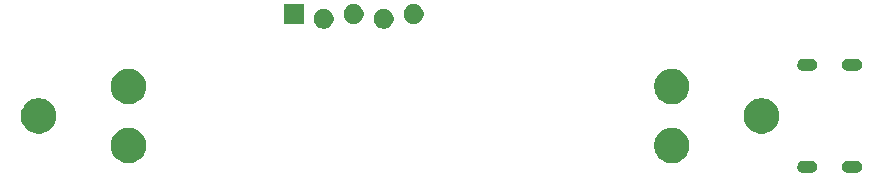
<source format=gbr>
%TF.GenerationSoftware,KiCad,Pcbnew,9.0.6*%
%TF.CreationDate,2026-01-18T22:32:41-05:00*%
%TF.ProjectId,Photon,50686f74-6f6e-42e6-9b69-6361645f7063,1.3*%
%TF.SameCoordinates,Original*%
%TF.FileFunction,Soldermask,Bot*%
%TF.FilePolarity,Negative*%
%FSLAX46Y46*%
G04 Gerber Fmt 4.6, Leading zero omitted, Abs format (unit mm)*
G04 Created by KiCad (PCBNEW 9.0.6) date 2026-01-18 22:32:41*
%MOMM*%
%LPD*%
G01*
G04 APERTURE LIST*
G04 APERTURE END LIST*
G36*
X134084263Y-62214078D02*
G01*
X134210342Y-62247860D01*
X134323381Y-62313123D01*
X134415677Y-62405419D01*
X134480940Y-62518458D01*
X134514722Y-62644537D01*
X134514722Y-62775063D01*
X134480940Y-62901142D01*
X134415677Y-63014181D01*
X134323381Y-63106477D01*
X134210342Y-63171740D01*
X134084263Y-63205522D01*
X134019000Y-63209800D01*
X134017363Y-63209800D01*
X133320637Y-63209800D01*
X133319000Y-63209800D01*
X133253737Y-63205522D01*
X133127658Y-63171740D01*
X133014619Y-63106477D01*
X132922323Y-63014181D01*
X132857060Y-62901142D01*
X132823278Y-62775063D01*
X132823278Y-62644537D01*
X132857060Y-62518458D01*
X132922323Y-62405419D01*
X133014619Y-62313123D01*
X133127658Y-62247860D01*
X133253737Y-62214078D01*
X133319000Y-62209800D01*
X134019000Y-62209800D01*
X134084263Y-62214078D01*
G37*
G36*
X137884263Y-62214078D02*
G01*
X138010342Y-62247860D01*
X138123381Y-62313123D01*
X138215677Y-62405419D01*
X138280940Y-62518458D01*
X138314722Y-62644537D01*
X138314722Y-62775063D01*
X138280940Y-62901142D01*
X138215677Y-63014181D01*
X138123381Y-63106477D01*
X138010342Y-63171740D01*
X137884263Y-63205522D01*
X137819000Y-63209800D01*
X137817363Y-63209800D01*
X137120637Y-63209800D01*
X137119000Y-63209800D01*
X137053737Y-63205522D01*
X136927658Y-63171740D01*
X136814619Y-63106477D01*
X136722323Y-63014181D01*
X136657060Y-62901142D01*
X136623278Y-62775063D01*
X136623278Y-62644537D01*
X136657060Y-62518458D01*
X136722323Y-62405419D01*
X136814619Y-62313123D01*
X136927658Y-62247860D01*
X137053737Y-62214078D01*
X137119000Y-62209800D01*
X137819000Y-62209800D01*
X137884263Y-62214078D01*
G37*
G36*
X76557168Y-59431245D02*
G01*
X76781025Y-59503981D01*
X76990748Y-59610840D01*
X77181172Y-59749191D01*
X77347609Y-59915628D01*
X77485960Y-60106052D01*
X77592819Y-60315775D01*
X77665555Y-60539632D01*
X77702376Y-60772111D01*
X77702376Y-61007489D01*
X77665555Y-61239968D01*
X77592819Y-61463825D01*
X77485960Y-61673548D01*
X77347609Y-61863972D01*
X77181172Y-62030409D01*
X76990748Y-62168760D01*
X76781025Y-62275619D01*
X76557168Y-62348355D01*
X76324689Y-62385176D01*
X76089311Y-62385176D01*
X75856832Y-62348355D01*
X75632975Y-62275619D01*
X75423252Y-62168760D01*
X75232828Y-62030409D01*
X75066391Y-61863972D01*
X74928040Y-61673548D01*
X74821181Y-61463825D01*
X74748445Y-61239968D01*
X74711624Y-61007489D01*
X74711624Y-60772111D01*
X74748445Y-60539632D01*
X74821181Y-60315775D01*
X74928040Y-60106052D01*
X75066391Y-59915628D01*
X75232828Y-59749191D01*
X75423252Y-59610840D01*
X75632975Y-59503981D01*
X75856832Y-59431245D01*
X76089311Y-59394424D01*
X76324689Y-59394424D01*
X76557168Y-59431245D01*
G37*
G36*
X122557168Y-59431245D02*
G01*
X122781025Y-59503981D01*
X122990748Y-59610840D01*
X123181172Y-59749191D01*
X123347609Y-59915628D01*
X123485960Y-60106052D01*
X123592819Y-60315775D01*
X123665555Y-60539632D01*
X123702376Y-60772111D01*
X123702376Y-61007489D01*
X123665555Y-61239968D01*
X123592819Y-61463825D01*
X123485960Y-61673548D01*
X123347609Y-61863972D01*
X123181172Y-62030409D01*
X122990748Y-62168760D01*
X122781025Y-62275619D01*
X122557168Y-62348355D01*
X122324689Y-62385176D01*
X122089311Y-62385176D01*
X121856832Y-62348355D01*
X121632975Y-62275619D01*
X121423252Y-62168760D01*
X121232828Y-62030409D01*
X121066391Y-61863972D01*
X120928040Y-61673548D01*
X120821181Y-61463825D01*
X120748445Y-61239968D01*
X120711624Y-61007489D01*
X120711624Y-60772111D01*
X120748445Y-60539632D01*
X120821181Y-60315775D01*
X120928040Y-60106052D01*
X121066391Y-59915628D01*
X121232828Y-59749191D01*
X121423252Y-59610840D01*
X121632975Y-59503981D01*
X121856832Y-59431245D01*
X122089311Y-59394424D01*
X122324689Y-59394424D01*
X122557168Y-59431245D01*
G37*
G36*
X68957168Y-56931245D02*
G01*
X69181025Y-57003981D01*
X69390748Y-57110840D01*
X69581172Y-57249191D01*
X69747609Y-57415628D01*
X69885960Y-57606052D01*
X69992819Y-57815775D01*
X70065555Y-58039632D01*
X70102376Y-58272111D01*
X70102376Y-58507489D01*
X70065555Y-58739968D01*
X69992819Y-58963825D01*
X69885960Y-59173548D01*
X69747609Y-59363972D01*
X69581172Y-59530409D01*
X69390748Y-59668760D01*
X69181025Y-59775619D01*
X68957168Y-59848355D01*
X68724689Y-59885176D01*
X68489311Y-59885176D01*
X68256832Y-59848355D01*
X68032975Y-59775619D01*
X67823252Y-59668760D01*
X67632828Y-59530409D01*
X67466391Y-59363972D01*
X67328040Y-59173548D01*
X67221181Y-58963825D01*
X67148445Y-58739968D01*
X67111624Y-58507489D01*
X67111624Y-58272111D01*
X67148445Y-58039632D01*
X67221181Y-57815775D01*
X67328040Y-57606052D01*
X67466391Y-57415628D01*
X67632828Y-57249191D01*
X67823252Y-57110840D01*
X68032975Y-57003981D01*
X68256832Y-56931245D01*
X68489311Y-56894424D01*
X68724689Y-56894424D01*
X68957168Y-56931245D01*
G37*
G36*
X130157168Y-56931245D02*
G01*
X130381025Y-57003981D01*
X130590748Y-57110840D01*
X130781172Y-57249191D01*
X130947609Y-57415628D01*
X131085960Y-57606052D01*
X131192819Y-57815775D01*
X131265555Y-58039632D01*
X131302376Y-58272111D01*
X131302376Y-58507489D01*
X131265555Y-58739968D01*
X131192819Y-58963825D01*
X131085960Y-59173548D01*
X130947609Y-59363972D01*
X130781172Y-59530409D01*
X130590748Y-59668760D01*
X130381025Y-59775619D01*
X130157168Y-59848355D01*
X129924689Y-59885176D01*
X129689311Y-59885176D01*
X129456832Y-59848355D01*
X129232975Y-59775619D01*
X129023252Y-59668760D01*
X128832828Y-59530409D01*
X128666391Y-59363972D01*
X128528040Y-59173548D01*
X128421181Y-58963825D01*
X128348445Y-58739968D01*
X128311624Y-58507489D01*
X128311624Y-58272111D01*
X128348445Y-58039632D01*
X128421181Y-57815775D01*
X128528040Y-57606052D01*
X128666391Y-57415628D01*
X128832828Y-57249191D01*
X129023252Y-57110840D01*
X129232975Y-57003981D01*
X129456832Y-56931245D01*
X129689311Y-56894424D01*
X129924689Y-56894424D01*
X130157168Y-56931245D01*
G37*
G36*
X76557168Y-54431245D02*
G01*
X76781025Y-54503981D01*
X76990748Y-54610840D01*
X77181172Y-54749191D01*
X77347609Y-54915628D01*
X77485960Y-55106052D01*
X77592819Y-55315775D01*
X77665555Y-55539632D01*
X77702376Y-55772111D01*
X77702376Y-56007489D01*
X77665555Y-56239968D01*
X77592819Y-56463825D01*
X77485960Y-56673548D01*
X77347609Y-56863972D01*
X77181172Y-57030409D01*
X76990748Y-57168760D01*
X76781025Y-57275619D01*
X76557168Y-57348355D01*
X76324689Y-57385176D01*
X76089311Y-57385176D01*
X75856832Y-57348355D01*
X75632975Y-57275619D01*
X75423252Y-57168760D01*
X75232828Y-57030409D01*
X75066391Y-56863972D01*
X74928040Y-56673548D01*
X74821181Y-56463825D01*
X74748445Y-56239968D01*
X74711624Y-56007489D01*
X74711624Y-55772111D01*
X74748445Y-55539632D01*
X74821181Y-55315775D01*
X74928040Y-55106052D01*
X75066391Y-54915628D01*
X75232828Y-54749191D01*
X75423252Y-54610840D01*
X75632975Y-54503981D01*
X75856832Y-54431245D01*
X76089311Y-54394424D01*
X76324689Y-54394424D01*
X76557168Y-54431245D01*
G37*
G36*
X122557168Y-54431245D02*
G01*
X122781025Y-54503981D01*
X122990748Y-54610840D01*
X123181172Y-54749191D01*
X123347609Y-54915628D01*
X123485960Y-55106052D01*
X123592819Y-55315775D01*
X123665555Y-55539632D01*
X123702376Y-55772111D01*
X123702376Y-56007489D01*
X123665555Y-56239968D01*
X123592819Y-56463825D01*
X123485960Y-56673548D01*
X123347609Y-56863972D01*
X123181172Y-57030409D01*
X122990748Y-57168760D01*
X122781025Y-57275619D01*
X122557168Y-57348355D01*
X122324689Y-57385176D01*
X122089311Y-57385176D01*
X121856832Y-57348355D01*
X121632975Y-57275619D01*
X121423252Y-57168760D01*
X121232828Y-57030409D01*
X121066391Y-56863972D01*
X120928040Y-56673548D01*
X120821181Y-56463825D01*
X120748445Y-56239968D01*
X120711624Y-56007489D01*
X120711624Y-55772111D01*
X120748445Y-55539632D01*
X120821181Y-55315775D01*
X120928040Y-55106052D01*
X121066391Y-54915628D01*
X121232828Y-54749191D01*
X121423252Y-54610840D01*
X121632975Y-54503981D01*
X121856832Y-54431245D01*
X122089311Y-54394424D01*
X122324689Y-54394424D01*
X122557168Y-54431245D01*
G37*
G36*
X134084263Y-53574078D02*
G01*
X134210342Y-53607860D01*
X134323381Y-53673123D01*
X134415677Y-53765419D01*
X134480940Y-53878458D01*
X134514722Y-54004537D01*
X134514722Y-54135063D01*
X134480940Y-54261142D01*
X134415677Y-54374181D01*
X134323381Y-54466477D01*
X134210342Y-54531740D01*
X134084263Y-54565522D01*
X134019000Y-54569800D01*
X134017363Y-54569800D01*
X133320637Y-54569800D01*
X133319000Y-54569800D01*
X133253737Y-54565522D01*
X133127658Y-54531740D01*
X133014619Y-54466477D01*
X132922323Y-54374181D01*
X132857060Y-54261142D01*
X132823278Y-54135063D01*
X132823278Y-54004537D01*
X132857060Y-53878458D01*
X132922323Y-53765419D01*
X133014619Y-53673123D01*
X133127658Y-53607860D01*
X133253737Y-53574078D01*
X133319000Y-53569800D01*
X134019000Y-53569800D01*
X134084263Y-53574078D01*
G37*
G36*
X137884263Y-53574078D02*
G01*
X138010342Y-53607860D01*
X138123381Y-53673123D01*
X138215677Y-53765419D01*
X138280940Y-53878458D01*
X138314722Y-54004537D01*
X138314722Y-54135063D01*
X138280940Y-54261142D01*
X138215677Y-54374181D01*
X138123381Y-54466477D01*
X138010342Y-54531740D01*
X137884263Y-54565522D01*
X137819000Y-54569800D01*
X137817363Y-54569800D01*
X137120637Y-54569800D01*
X137119000Y-54569800D01*
X137053737Y-54565522D01*
X136927658Y-54531740D01*
X136814619Y-54466477D01*
X136722323Y-54374181D01*
X136657060Y-54261142D01*
X136623278Y-54135063D01*
X136623278Y-54004537D01*
X136657060Y-53878458D01*
X136722323Y-53765419D01*
X136814619Y-53673123D01*
X136927658Y-53607860D01*
X137053737Y-53574078D01*
X137119000Y-53569800D01*
X137819000Y-53569800D01*
X137884263Y-53574078D01*
G37*
G36*
X92973742Y-49347601D02*
G01*
X93127687Y-49411367D01*
X93266234Y-49503941D01*
X93384059Y-49621766D01*
X93476633Y-49760313D01*
X93540399Y-49914258D01*
X93572907Y-50077685D01*
X93572907Y-50244315D01*
X93540399Y-50407742D01*
X93476633Y-50561687D01*
X93384059Y-50700234D01*
X93266234Y-50818059D01*
X93127687Y-50910633D01*
X92973742Y-50974399D01*
X92810315Y-51006907D01*
X92643685Y-51006907D01*
X92480258Y-50974399D01*
X92326313Y-50910633D01*
X92187766Y-50818059D01*
X92069941Y-50700234D01*
X91977367Y-50561687D01*
X91913601Y-50407742D01*
X91881093Y-50244315D01*
X91881093Y-50077685D01*
X91913601Y-49914258D01*
X91977367Y-49760313D01*
X92069941Y-49621766D01*
X92187766Y-49503941D01*
X92326313Y-49411367D01*
X92480258Y-49347601D01*
X92643685Y-49315093D01*
X92810315Y-49315093D01*
X92973742Y-49347601D01*
G37*
G36*
X98053742Y-49347601D02*
G01*
X98207687Y-49411367D01*
X98346234Y-49503941D01*
X98464059Y-49621766D01*
X98556633Y-49760313D01*
X98620399Y-49914258D01*
X98652907Y-50077685D01*
X98652907Y-50244315D01*
X98620399Y-50407742D01*
X98556633Y-50561687D01*
X98464059Y-50700234D01*
X98346234Y-50818059D01*
X98207687Y-50910633D01*
X98053742Y-50974399D01*
X97890315Y-51006907D01*
X97723685Y-51006907D01*
X97560258Y-50974399D01*
X97406313Y-50910633D01*
X97267766Y-50818059D01*
X97149941Y-50700234D01*
X97057367Y-50561687D01*
X96993601Y-50407742D01*
X96961093Y-50244315D01*
X96961093Y-50077685D01*
X96993601Y-49914258D01*
X97057367Y-49760313D01*
X97149941Y-49621766D01*
X97267766Y-49503941D01*
X97406313Y-49411367D01*
X97560258Y-49347601D01*
X97723685Y-49315093D01*
X97890315Y-49315093D01*
X98053742Y-49347601D01*
G37*
G36*
X91037000Y-50611000D02*
G01*
X89337000Y-50611000D01*
X89337000Y-48911000D01*
X91037000Y-48911000D01*
X91037000Y-50611000D01*
G37*
G36*
X95513742Y-48947601D02*
G01*
X95667687Y-49011367D01*
X95806234Y-49103941D01*
X95924059Y-49221766D01*
X96016633Y-49360313D01*
X96080399Y-49514258D01*
X96112907Y-49677685D01*
X96112907Y-49844315D01*
X96080399Y-50007742D01*
X96016633Y-50161687D01*
X95924059Y-50300234D01*
X95806234Y-50418059D01*
X95667687Y-50510633D01*
X95513742Y-50574399D01*
X95350315Y-50606907D01*
X95183685Y-50606907D01*
X95020258Y-50574399D01*
X94866313Y-50510633D01*
X94727766Y-50418059D01*
X94609941Y-50300234D01*
X94517367Y-50161687D01*
X94453601Y-50007742D01*
X94421093Y-49844315D01*
X94421093Y-49677685D01*
X94453601Y-49514258D01*
X94517367Y-49360313D01*
X94609941Y-49221766D01*
X94727766Y-49103941D01*
X94866313Y-49011367D01*
X95020258Y-48947601D01*
X95183685Y-48915093D01*
X95350315Y-48915093D01*
X95513742Y-48947601D01*
G37*
G36*
X100593742Y-48947601D02*
G01*
X100747687Y-49011367D01*
X100886234Y-49103941D01*
X101004059Y-49221766D01*
X101096633Y-49360313D01*
X101160399Y-49514258D01*
X101192907Y-49677685D01*
X101192907Y-49844315D01*
X101160399Y-50007742D01*
X101096633Y-50161687D01*
X101004059Y-50300234D01*
X100886234Y-50418059D01*
X100747687Y-50510633D01*
X100593742Y-50574399D01*
X100430315Y-50606907D01*
X100263685Y-50606907D01*
X100100258Y-50574399D01*
X99946313Y-50510633D01*
X99807766Y-50418059D01*
X99689941Y-50300234D01*
X99597367Y-50161687D01*
X99533601Y-50007742D01*
X99501093Y-49844315D01*
X99501093Y-49677685D01*
X99533601Y-49514258D01*
X99597367Y-49360313D01*
X99689941Y-49221766D01*
X99807766Y-49103941D01*
X99946313Y-49011367D01*
X100100258Y-48947601D01*
X100263685Y-48915093D01*
X100430315Y-48915093D01*
X100593742Y-48947601D01*
G37*
M02*

</source>
